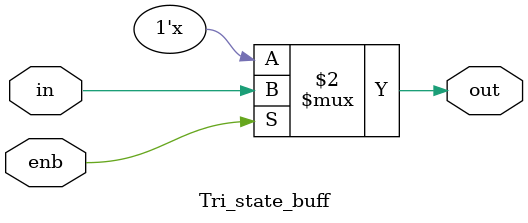
<source format=v>
`timescale 1ns / 1ps
module Tri_state_buff(in,enb,out);

input in,enb;

output out;

assign out=(enb==1)?in:1'bz;

endmodule

</source>
